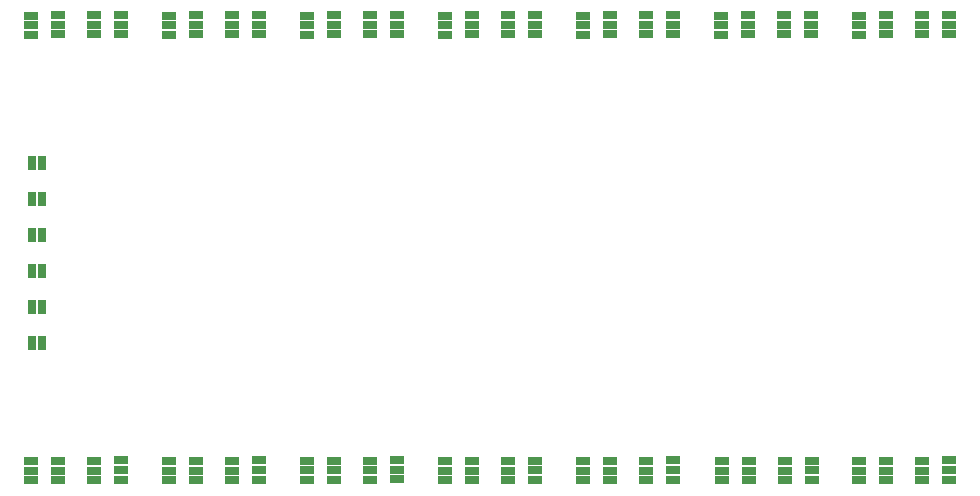
<source format=gbp>
G04 Layer_Color=128*
%FSLAX25Y25*%
%MOIN*%
G70*
G01*
G75*
%ADD41R,0.05000X0.02500*%
%ADD42R,0.02500X0.05000*%
D41*
X71976Y215200D02*
D03*
Y212000D02*
D03*
Y208800D02*
D03*
X50976Y215200D02*
D03*
Y212000D02*
D03*
Y208800D02*
D03*
X62976Y215200D02*
D03*
Y212000D02*
D03*
Y208800D02*
D03*
X41976Y215000D02*
D03*
Y211800D02*
D03*
Y208600D02*
D03*
X117976Y215200D02*
D03*
Y212000D02*
D03*
Y208800D02*
D03*
X108976Y215200D02*
D03*
Y212000D02*
D03*
Y208800D02*
D03*
X96976Y215200D02*
D03*
Y212000D02*
D03*
Y208800D02*
D03*
X87976Y215000D02*
D03*
Y211800D02*
D03*
Y208600D02*
D03*
X164024Y215200D02*
D03*
Y212000D02*
D03*
Y208800D02*
D03*
X155024Y215200D02*
D03*
Y212000D02*
D03*
Y208800D02*
D03*
X143024Y215200D02*
D03*
Y212000D02*
D03*
Y208800D02*
D03*
X134024Y215000D02*
D03*
Y211800D02*
D03*
Y208600D02*
D03*
X210024Y215200D02*
D03*
Y212000D02*
D03*
Y208800D02*
D03*
X201024Y215200D02*
D03*
Y212000D02*
D03*
Y208800D02*
D03*
X189024Y215200D02*
D03*
Y212000D02*
D03*
Y208800D02*
D03*
X180024Y215000D02*
D03*
Y211800D02*
D03*
Y208600D02*
D03*
X255976Y215200D02*
D03*
Y212000D02*
D03*
Y208800D02*
D03*
X246976Y215200D02*
D03*
Y212000D02*
D03*
Y208800D02*
D03*
X234976Y215200D02*
D03*
Y212000D02*
D03*
Y208800D02*
D03*
X225976Y215000D02*
D03*
Y211800D02*
D03*
Y208600D02*
D03*
X302024Y215200D02*
D03*
Y212000D02*
D03*
Y208800D02*
D03*
X293024Y215200D02*
D03*
Y212000D02*
D03*
Y208800D02*
D03*
X281024Y215200D02*
D03*
Y212000D02*
D03*
Y208800D02*
D03*
X272024Y215000D02*
D03*
Y211800D02*
D03*
Y208600D02*
D03*
X348024Y215200D02*
D03*
Y212000D02*
D03*
Y208800D02*
D03*
X339024Y215200D02*
D03*
Y212000D02*
D03*
Y208800D02*
D03*
X327024Y215200D02*
D03*
Y212000D02*
D03*
Y208800D02*
D03*
X318024Y215000D02*
D03*
Y211800D02*
D03*
Y208600D02*
D03*
X42100Y60200D02*
D03*
Y63400D02*
D03*
Y66600D02*
D03*
X51100Y60200D02*
D03*
Y63400D02*
D03*
Y66600D02*
D03*
X63100Y60200D02*
D03*
Y63400D02*
D03*
Y66600D02*
D03*
X72100Y60400D02*
D03*
Y63600D02*
D03*
Y66800D02*
D03*
X88100Y60200D02*
D03*
Y63400D02*
D03*
Y66600D02*
D03*
X97100Y60200D02*
D03*
Y63400D02*
D03*
Y66600D02*
D03*
X109100Y60200D02*
D03*
Y63400D02*
D03*
Y66600D02*
D03*
X118100Y60400D02*
D03*
Y63600D02*
D03*
Y66800D02*
D03*
X134000Y60300D02*
D03*
Y63500D02*
D03*
Y66700D02*
D03*
X143000Y60300D02*
D03*
Y63500D02*
D03*
Y66700D02*
D03*
X155000Y60300D02*
D03*
Y63500D02*
D03*
Y66700D02*
D03*
X164000Y60500D02*
D03*
Y63700D02*
D03*
Y66900D02*
D03*
X179900Y60100D02*
D03*
Y63300D02*
D03*
Y66500D02*
D03*
X188900Y60100D02*
D03*
Y63300D02*
D03*
Y66500D02*
D03*
X200900Y60100D02*
D03*
Y63300D02*
D03*
Y66500D02*
D03*
X209900Y60300D02*
D03*
Y63500D02*
D03*
Y66700D02*
D03*
X226000Y60200D02*
D03*
Y63400D02*
D03*
Y66600D02*
D03*
X235000Y60200D02*
D03*
Y63400D02*
D03*
Y66600D02*
D03*
X247000Y60200D02*
D03*
Y63400D02*
D03*
Y66600D02*
D03*
X256000Y60400D02*
D03*
Y63600D02*
D03*
Y66800D02*
D03*
X272500Y60100D02*
D03*
Y63300D02*
D03*
Y66500D02*
D03*
X281500Y60100D02*
D03*
Y63300D02*
D03*
Y66500D02*
D03*
X293500Y60100D02*
D03*
Y63300D02*
D03*
Y66500D02*
D03*
X302500Y60300D02*
D03*
Y63500D02*
D03*
Y66700D02*
D03*
X318100Y60200D02*
D03*
Y63400D02*
D03*
Y66600D02*
D03*
X327100Y60200D02*
D03*
Y63400D02*
D03*
Y66600D02*
D03*
X339100Y60200D02*
D03*
Y63400D02*
D03*
Y66600D02*
D03*
X348100Y60400D02*
D03*
Y63600D02*
D03*
Y66800D02*
D03*
D42*
X42228Y154000D02*
D03*
X45772D02*
D03*
Y142000D02*
D03*
X42228D02*
D03*
Y166000D02*
D03*
X45772D02*
D03*
X42228Y130000D02*
D03*
X45772D02*
D03*
X42228Y118000D02*
D03*
X45772D02*
D03*
X42228Y106000D02*
D03*
X45772D02*
D03*
M02*

</source>
